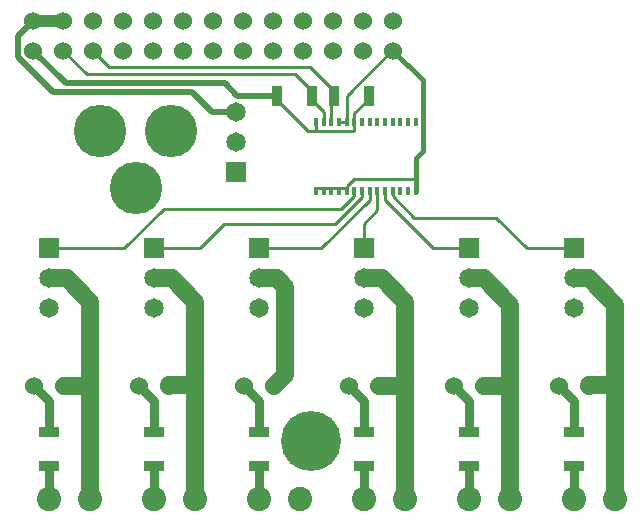
<source format=gtl>
*
*
G04 PADS 9.4.1 Build Number: 494907 generated Gerber (RS-274-X) file*
G04 PC Version=2.1*
*
%IN "PiLightControl.pcb"*%
*
%MOIN*%
*
%FSLAX35Y35*%
*
*
*
*
G04 PC Standard Apertures*
*
*
G04 Thermal Relief Aperture macro.*
%AMTER*
1,1,$1,0,0*
1,0,$1-$2,0,0*
21,0,$3,$4,0,0,45*
21,0,$3,$4,0,0,135*
%
*
*
G04 Annular Aperture macro.*
%AMANN*
1,1,$1,0,0*
1,0,$2,0,0*
%
*
*
G04 Odd Aperture macro.*
%AMODD*
1,1,$1,0,0*
1,0,$1-0.005,0,0*
%
*
*
G04 PC Custom Aperture Macros*
*
*
*
*
*
*
G04 PC Aperture Table*
*
%ADD010C,0.001*%
%ADD011R,0.065X0.065*%
%ADD012C,0.065*%
%ADD013C,0.06*%
%ADD014C,0.175*%
%ADD015C,0.081*%
%ADD016R,0.01181X0.02953*%
%ADD017C,0.2*%
%ADD018R,0.067X0.0355*%
%ADD019R,0.0355X0.067*%
%ADD020C,0.03*%
%ADD021C,0.02*%
%ADD022C,0.01*%
%ADD023C,0.011*%
%ADD024C,0.015*%
%ADD025C,0.04*%
*
*
*
*
G04 PC Circuitry*
G04 Layer Name PiLightControl.pcb - circuitry*
%LPD*%
*
*
G04 PC Custom Flashes*
G04 Layer Name PiLightControl.pcb - flashes*
%LPD*%
*
*
G04 PC Circuitry*
G04 Layer Name PiLightControl.pcb - circuitry*
%LPD*%
*
G54D10*
G54D11*
G01X148000Y235000D03*
X183000D03*
X218000D03*
X253000D03*
X288000D03*
X113000D03*
X175300Y260300D03*
G54D12*
X148000Y225000D03*
Y215000D03*
X183000Y225000D03*
Y215000D03*
X218000Y225000D03*
Y215000D03*
X253000Y225000D03*
Y215000D03*
X288000Y225000D03*
Y215000D03*
X113000Y225000D03*
Y215000D03*
X175300Y270300D03*
Y280300D03*
G54D13*
X153100Y189000D03*
X143100D03*
X188100D03*
X178100D03*
X223100D03*
X213100D03*
X258100D03*
X248100D03*
X293100D03*
X283100D03*
X107874Y300787D03*
Y310787D03*
X117874Y300787D03*
Y310787D03*
X127874Y300787D03*
Y310787D03*
X137874Y300787D03*
Y310787D03*
X147874Y300787D03*
Y310787D03*
X157874Y300787D03*
Y310787D03*
X167874Y300787D03*
Y310787D03*
X177874Y300787D03*
Y310787D03*
X187874Y300787D03*
Y310787D03*
X197874Y300787D03*
Y310787D03*
X207874Y300787D03*
Y310787D03*
X217874Y300787D03*
Y310787D03*
X227874Y300787D03*
Y310787D03*
X118100Y189000D03*
X108100D03*
X118100D02*
X126800D01*
Y151300*
X188100Y189000D02*
X191750Y192650D01*
X153100Y189000D02*
Y189500D01*
X161800*
Y151300D02*
Y189500D01*
X293100Y189000D02*
Y189300D01*
X301800*
X258100Y189000D02*
X266800D01*
X223100D02*
Y189200D01*
X231800*
X266800Y151300D02*
Y189000D01*
X231800Y151300D02*
Y189200D01*
X301800Y151300D02*
Y189300D01*
X113000Y225000D02*
X119000D01*
X126800Y217200*
Y189000*
X218000Y225000D02*
X224000D01*
X231800Y217200*
Y189200*
X183000Y225000D02*
X189000D01*
X191750Y222250*
Y192650*
X148000Y225000D02*
X154000D01*
X161800Y217200*
Y189500*
X288000Y225000D02*
X293000D01*
X301800Y216200*
Y189300*
X253000Y225000D02*
X258000D01*
X266800Y216200*
Y189000*
G54D14*
X153800Y274100D03*
X130200D03*
X142000Y255200D03*
G54D15*
X148000Y151300D03*
X161800D03*
X183000D03*
X196800D03*
X218000D03*
X231800D03*
X253000D03*
X266800D03*
X288000D03*
X301800D03*
X113000D03*
X126800D03*
G54D16*
X202066Y254084D03*
X204625D03*
X207184D03*
X209743D03*
X212302D03*
X214861D03*
X217420D03*
X219980D03*
X222539D03*
X225098D03*
X227657D03*
X230216D03*
X232775D03*
X235334D03*
Y277116D03*
X232775D03*
X230216D03*
X227657D03*
X225098D03*
X222539D03*
X219980D03*
X217420D03*
X214861D03*
X212302D03*
X209743D03*
X207184D03*
X204625D03*
X202066D03*
G54D17*
X200394Y170866D03*
G54D18*
X113000Y162391D03*
Y173809D03*
X148000Y162391D03*
Y173809D03*
X183000Y162391D03*
Y173809D03*
X218000Y162391D03*
Y173809D03*
X253000Y162391D03*
Y173809D03*
X288000Y162391D03*
Y173809D03*
G54D19*
X219609Y285900D03*
X208191D03*
X189195Y285875D03*
X200613D03*
G54D20*
X108100Y189000D02*
X113050Y184050D01*
X113000Y173809D02*
X113050D01*
Y184050*
X113000Y151300D02*
Y162391D01*
X213100Y189000D02*
X218050Y184050D01*
X178100Y189000D02*
X183050Y184050D01*
X143100Y189000D02*
X148050Y184050D01*
X218000Y173809D02*
X218050D01*
Y184050*
X183000Y173809D02*
X183050D01*
Y184050*
X148000Y173809D02*
X148050D01*
Y184050*
X218000Y151300D02*
Y162391D01*
X183000Y151300D02*
Y162391D01*
X148000Y151300D02*
Y162391D01*
X283100Y189000D02*
X288050Y184050D01*
X248100Y189000D02*
X253050Y184050D01*
X288000Y173809D02*
X288050D01*
Y184050*
X253000Y173809D02*
X253050D01*
Y184050*
X288000Y151300D02*
Y162391D01*
X253000Y151300D02*
Y162391D01*
G54D21*
X102874Y298716D02*
X114590Y287000D01*
X160787*
X167487Y280300*
X175300*
X102874Y298716D02*
Y305787D01*
X107874Y310787*
Y300787D02*
X118661Y290000D01*
X171662*
X175788Y285875*
X189195*
G54D22*
X113000Y235000D02*
X138191D01*
X151291Y248100*
X210506*
X214861Y252455*
Y254084*
X209743Y255000D02*
X212302D01*
Y254084*
X202106Y274100D02*
X214822D01*
X214861Y274139*
Y277116*
X200613Y285875D02*
Y284300D01*
X204625Y280287*
Y277116*
X189195Y285875D02*
Y284300D01*
X199395Y274100*
X202106*
X202066Y277116D02*
Y274139D01*
X202106Y274100*
X207184Y277116D02*
Y284942D01*
X208142Y285900*
X208191*
X209743Y277116D02*
X212302D01*
Y285840*
X227249Y300787*
X227874*
X214861Y277116D02*
Y280092D01*
X219351Y284582*
X219609Y284839*
Y285900*
X212302Y254084D02*
Y255713D01*
X214689Y258100*
X235334*
X209743Y254084D02*
Y255000D01*
X207184Y254084D02*
Y255061D01*
X209743*
Y255000*
X204625Y254084D02*
Y255061D01*
X207184*
Y254084*
X202066D02*
Y255061D01*
X204625*
Y254084*
X127874Y300787D02*
X133261Y295400D01*
X200266*
X208191Y287475*
Y285900*
X117874Y300787D02*
X125661Y293000D01*
X195062*
X200613Y287450*
Y285875*
G54D23*
X218000Y235000D02*
Y243200D01*
X222539Y247739*
Y254084*
X183000Y235000D02*
X203922D01*
X219980Y251058*
Y254084*
X148000Y235000D02*
X163600D01*
X171600Y243000*
X208447*
X217420Y251974*
Y254084*
X227657D02*
Y252384D01*
X234841Y245200*
X262200*
X272400Y235000*
X288000*
X225098Y254084D02*
Y251058D01*
X241156Y235000*
X253000*
G54D24*
X235334Y258100D02*
Y265192D01*
X237674Y267533*
Y290987*
X235334Y254084D02*
Y258100D01*
X227874Y300787D02*
X237674Y290987D01*
G54D25*
X107874Y310787D02*
X117874D01*
X0Y0D02*
M02*

</source>
